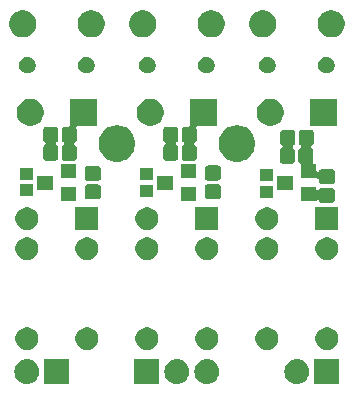
<source format=gbr>
G04 #@! TF.GenerationSoftware,KiCad,Pcbnew,5.0.1-33cea8e~66~ubuntu18.04.1*
G04 #@! TF.CreationDate,2018-10-18T18:44:20+09:00*
G04 #@! TF.ProjectId,relay_jacks,72656C61795F6A61636B732E6B696361,rev?*
G04 #@! TF.SameCoordinates,Original*
G04 #@! TF.FileFunction,Soldermask,Top*
G04 #@! TF.FilePolarity,Negative*
%FSLAX46Y46*%
G04 Gerber Fmt 4.6, Leading zero omitted, Abs format (unit mm)*
G04 Created by KiCad (PCBNEW 5.0.1-33cea8e~66~ubuntu18.04.1) date 2018年10月18日 18時44分20秒*
%MOMM*%
%LPD*%
G01*
G04 APERTURE LIST*
%ADD10C,0.100000*%
G04 APERTURE END LIST*
D10*
G36*
X75820707Y-119607596D02*
X75897836Y-119615193D01*
X76029787Y-119655220D01*
X76095763Y-119675233D01*
X76278172Y-119772733D01*
X76438054Y-119903946D01*
X76569267Y-120063828D01*
X76666767Y-120246237D01*
X76666767Y-120246238D01*
X76726807Y-120444164D01*
X76747080Y-120650000D01*
X76726807Y-120855836D01*
X76686780Y-120987787D01*
X76666767Y-121053763D01*
X76569267Y-121236172D01*
X76438054Y-121396054D01*
X76278172Y-121527267D01*
X76095763Y-121624767D01*
X76029787Y-121644780D01*
X75897836Y-121684807D01*
X75820707Y-121692404D01*
X75743580Y-121700000D01*
X75640420Y-121700000D01*
X75563293Y-121692404D01*
X75486164Y-121684807D01*
X75354213Y-121644780D01*
X75288237Y-121624767D01*
X75105828Y-121527267D01*
X74945946Y-121396054D01*
X74814733Y-121236172D01*
X74717233Y-121053763D01*
X74697220Y-120987787D01*
X74657193Y-120855836D01*
X74636920Y-120650000D01*
X74657193Y-120444164D01*
X74717233Y-120246238D01*
X74717233Y-120246237D01*
X74814733Y-120063828D01*
X74945946Y-119903946D01*
X75105828Y-119772733D01*
X75288237Y-119675233D01*
X75354213Y-119655220D01*
X75486164Y-119615193D01*
X75563293Y-119607596D01*
X75640420Y-119600000D01*
X75743580Y-119600000D01*
X75820707Y-119607596D01*
X75820707Y-119607596D01*
G37*
G36*
X79282000Y-121700000D02*
X77182000Y-121700000D01*
X77182000Y-119600000D01*
X79282000Y-119600000D01*
X79282000Y-121700000D01*
X79282000Y-121700000D01*
G37*
G36*
X91060707Y-119607596D02*
X91137836Y-119615193D01*
X91269787Y-119655220D01*
X91335763Y-119675233D01*
X91518172Y-119772733D01*
X91678054Y-119903946D01*
X91809267Y-120063828D01*
X91906767Y-120246237D01*
X91906767Y-120246238D01*
X91966807Y-120444164D01*
X91987080Y-120650000D01*
X91966807Y-120855836D01*
X91926780Y-120987787D01*
X91906767Y-121053763D01*
X91809267Y-121236172D01*
X91678054Y-121396054D01*
X91518172Y-121527267D01*
X91335763Y-121624767D01*
X91269787Y-121644780D01*
X91137836Y-121684807D01*
X91060707Y-121692404D01*
X90983580Y-121700000D01*
X90880420Y-121700000D01*
X90803293Y-121692404D01*
X90726164Y-121684807D01*
X90594213Y-121644780D01*
X90528237Y-121624767D01*
X90345828Y-121527267D01*
X90185946Y-121396054D01*
X90054733Y-121236172D01*
X89957233Y-121053763D01*
X89937220Y-120987787D01*
X89897193Y-120855836D01*
X89876920Y-120650000D01*
X89897193Y-120444164D01*
X89957233Y-120246238D01*
X89957233Y-120246237D01*
X90054733Y-120063828D01*
X90185946Y-119903946D01*
X90345828Y-119772733D01*
X90528237Y-119675233D01*
X90594213Y-119655220D01*
X90726164Y-119615193D01*
X90803293Y-119607596D01*
X90880420Y-119600000D01*
X90983580Y-119600000D01*
X91060707Y-119607596D01*
X91060707Y-119607596D01*
G37*
G36*
X88520707Y-119607596D02*
X88597836Y-119615193D01*
X88729787Y-119655220D01*
X88795763Y-119675233D01*
X88978172Y-119772733D01*
X89138054Y-119903946D01*
X89269267Y-120063828D01*
X89366767Y-120246237D01*
X89366767Y-120246238D01*
X89426807Y-120444164D01*
X89447080Y-120650000D01*
X89426807Y-120855836D01*
X89386780Y-120987787D01*
X89366767Y-121053763D01*
X89269267Y-121236172D01*
X89138054Y-121396054D01*
X88978172Y-121527267D01*
X88795763Y-121624767D01*
X88729787Y-121644780D01*
X88597836Y-121684807D01*
X88520707Y-121692404D01*
X88443580Y-121700000D01*
X88340420Y-121700000D01*
X88263293Y-121692404D01*
X88186164Y-121684807D01*
X88054213Y-121644780D01*
X87988237Y-121624767D01*
X87805828Y-121527267D01*
X87645946Y-121396054D01*
X87514733Y-121236172D01*
X87417233Y-121053763D01*
X87397220Y-120987787D01*
X87357193Y-120855836D01*
X87336920Y-120650000D01*
X87357193Y-120444164D01*
X87417233Y-120246238D01*
X87417233Y-120246237D01*
X87514733Y-120063828D01*
X87645946Y-119903946D01*
X87805828Y-119772733D01*
X87988237Y-119675233D01*
X88054213Y-119655220D01*
X88186164Y-119615193D01*
X88263293Y-119607596D01*
X88340420Y-119600000D01*
X88443580Y-119600000D01*
X88520707Y-119607596D01*
X88520707Y-119607596D01*
G37*
G36*
X86902000Y-121700000D02*
X84802000Y-121700000D01*
X84802000Y-119600000D01*
X86902000Y-119600000D01*
X86902000Y-121700000D01*
X86902000Y-121700000D01*
G37*
G36*
X102142000Y-121700000D02*
X100042000Y-121700000D01*
X100042000Y-119600000D01*
X102142000Y-119600000D01*
X102142000Y-121700000D01*
X102142000Y-121700000D01*
G37*
G36*
X98680707Y-119607596D02*
X98757836Y-119615193D01*
X98889787Y-119655220D01*
X98955763Y-119675233D01*
X99138172Y-119772733D01*
X99298054Y-119903946D01*
X99429267Y-120063828D01*
X99526767Y-120246237D01*
X99526767Y-120246238D01*
X99586807Y-120444164D01*
X99607080Y-120650000D01*
X99586807Y-120855836D01*
X99546780Y-120987787D01*
X99526767Y-121053763D01*
X99429267Y-121236172D01*
X99298054Y-121396054D01*
X99138172Y-121527267D01*
X98955763Y-121624767D01*
X98889787Y-121644780D01*
X98757836Y-121684807D01*
X98680707Y-121692404D01*
X98603580Y-121700000D01*
X98500420Y-121700000D01*
X98423293Y-121692404D01*
X98346164Y-121684807D01*
X98214213Y-121644780D01*
X98148237Y-121624767D01*
X97965828Y-121527267D01*
X97805946Y-121396054D01*
X97674733Y-121236172D01*
X97577233Y-121053763D01*
X97557220Y-120987787D01*
X97517193Y-120855836D01*
X97496920Y-120650000D01*
X97517193Y-120444164D01*
X97577233Y-120246238D01*
X97577233Y-120246237D01*
X97674733Y-120063828D01*
X97805946Y-119903946D01*
X97965828Y-119772733D01*
X98148237Y-119675233D01*
X98214213Y-119655220D01*
X98346164Y-119615193D01*
X98423293Y-119607596D01*
X98500420Y-119600000D01*
X98603580Y-119600000D01*
X98680707Y-119607596D01*
X98680707Y-119607596D01*
G37*
G36*
X86132603Y-116930968D02*
X86132606Y-116930969D01*
X86132605Y-116930969D01*
X86307678Y-117003486D01*
X86307679Y-117003487D01*
X86465241Y-117108767D01*
X86599233Y-117242759D01*
X86599234Y-117242761D01*
X86704514Y-117400322D01*
X86760603Y-117535734D01*
X86777032Y-117575397D01*
X86814000Y-117761250D01*
X86814000Y-117950750D01*
X86777032Y-118136603D01*
X86777031Y-118136605D01*
X86704514Y-118311678D01*
X86704513Y-118311679D01*
X86599233Y-118469241D01*
X86465241Y-118603233D01*
X86385923Y-118656232D01*
X86307678Y-118708514D01*
X86172266Y-118764603D01*
X86132603Y-118781032D01*
X85946750Y-118818000D01*
X85757250Y-118818000D01*
X85571397Y-118781032D01*
X85531734Y-118764603D01*
X85396322Y-118708514D01*
X85318077Y-118656232D01*
X85238759Y-118603233D01*
X85104767Y-118469241D01*
X84999487Y-118311679D01*
X84999486Y-118311678D01*
X84926969Y-118136605D01*
X84926968Y-118136603D01*
X84890000Y-117950750D01*
X84890000Y-117761250D01*
X84926968Y-117575397D01*
X84943397Y-117535734D01*
X84999486Y-117400322D01*
X85104766Y-117242761D01*
X85104767Y-117242759D01*
X85238759Y-117108767D01*
X85396321Y-117003487D01*
X85396322Y-117003486D01*
X85571395Y-116930969D01*
X85571394Y-116930969D01*
X85571397Y-116930968D01*
X85757250Y-116894000D01*
X85946750Y-116894000D01*
X86132603Y-116930968D01*
X86132603Y-116930968D01*
G37*
G36*
X75972603Y-116930968D02*
X75972606Y-116930969D01*
X75972605Y-116930969D01*
X76147678Y-117003486D01*
X76147679Y-117003487D01*
X76305241Y-117108767D01*
X76439233Y-117242759D01*
X76439234Y-117242761D01*
X76544514Y-117400322D01*
X76600603Y-117535734D01*
X76617032Y-117575397D01*
X76654000Y-117761250D01*
X76654000Y-117950750D01*
X76617032Y-118136603D01*
X76617031Y-118136605D01*
X76544514Y-118311678D01*
X76544513Y-118311679D01*
X76439233Y-118469241D01*
X76305241Y-118603233D01*
X76225923Y-118656232D01*
X76147678Y-118708514D01*
X76012266Y-118764603D01*
X75972603Y-118781032D01*
X75786750Y-118818000D01*
X75597250Y-118818000D01*
X75411397Y-118781032D01*
X75371734Y-118764603D01*
X75236322Y-118708514D01*
X75158077Y-118656232D01*
X75078759Y-118603233D01*
X74944767Y-118469241D01*
X74839487Y-118311679D01*
X74839486Y-118311678D01*
X74766969Y-118136605D01*
X74766968Y-118136603D01*
X74730000Y-117950750D01*
X74730000Y-117761250D01*
X74766968Y-117575397D01*
X74783397Y-117535734D01*
X74839486Y-117400322D01*
X74944766Y-117242761D01*
X74944767Y-117242759D01*
X75078759Y-117108767D01*
X75236321Y-117003487D01*
X75236322Y-117003486D01*
X75411395Y-116930969D01*
X75411394Y-116930969D01*
X75411397Y-116930968D01*
X75597250Y-116894000D01*
X75786750Y-116894000D01*
X75972603Y-116930968D01*
X75972603Y-116930968D01*
G37*
G36*
X81052603Y-116930968D02*
X81052606Y-116930969D01*
X81052605Y-116930969D01*
X81227678Y-117003486D01*
X81227679Y-117003487D01*
X81385241Y-117108767D01*
X81519233Y-117242759D01*
X81519234Y-117242761D01*
X81624514Y-117400322D01*
X81680603Y-117535734D01*
X81697032Y-117575397D01*
X81734000Y-117761250D01*
X81734000Y-117950750D01*
X81697032Y-118136603D01*
X81697031Y-118136605D01*
X81624514Y-118311678D01*
X81624513Y-118311679D01*
X81519233Y-118469241D01*
X81385241Y-118603233D01*
X81305923Y-118656232D01*
X81227678Y-118708514D01*
X81092266Y-118764603D01*
X81052603Y-118781032D01*
X80866750Y-118818000D01*
X80677250Y-118818000D01*
X80491397Y-118781032D01*
X80451734Y-118764603D01*
X80316322Y-118708514D01*
X80238077Y-118656232D01*
X80158759Y-118603233D01*
X80024767Y-118469241D01*
X79919487Y-118311679D01*
X79919486Y-118311678D01*
X79846969Y-118136605D01*
X79846968Y-118136603D01*
X79810000Y-117950750D01*
X79810000Y-117761250D01*
X79846968Y-117575397D01*
X79863397Y-117535734D01*
X79919486Y-117400322D01*
X80024766Y-117242761D01*
X80024767Y-117242759D01*
X80158759Y-117108767D01*
X80316321Y-117003487D01*
X80316322Y-117003486D01*
X80491395Y-116930969D01*
X80491394Y-116930969D01*
X80491397Y-116930968D01*
X80677250Y-116894000D01*
X80866750Y-116894000D01*
X81052603Y-116930968D01*
X81052603Y-116930968D01*
G37*
G36*
X91212603Y-116930968D02*
X91212606Y-116930969D01*
X91212605Y-116930969D01*
X91387678Y-117003486D01*
X91387679Y-117003487D01*
X91545241Y-117108767D01*
X91679233Y-117242759D01*
X91679234Y-117242761D01*
X91784514Y-117400322D01*
X91840603Y-117535734D01*
X91857032Y-117575397D01*
X91894000Y-117761250D01*
X91894000Y-117950750D01*
X91857032Y-118136603D01*
X91857031Y-118136605D01*
X91784514Y-118311678D01*
X91784513Y-118311679D01*
X91679233Y-118469241D01*
X91545241Y-118603233D01*
X91465923Y-118656232D01*
X91387678Y-118708514D01*
X91252266Y-118764603D01*
X91212603Y-118781032D01*
X91026750Y-118818000D01*
X90837250Y-118818000D01*
X90651397Y-118781032D01*
X90611734Y-118764603D01*
X90476322Y-118708514D01*
X90398077Y-118656232D01*
X90318759Y-118603233D01*
X90184767Y-118469241D01*
X90079487Y-118311679D01*
X90079486Y-118311678D01*
X90006969Y-118136605D01*
X90006968Y-118136603D01*
X89970000Y-117950750D01*
X89970000Y-117761250D01*
X90006968Y-117575397D01*
X90023397Y-117535734D01*
X90079486Y-117400322D01*
X90184766Y-117242761D01*
X90184767Y-117242759D01*
X90318759Y-117108767D01*
X90476321Y-117003487D01*
X90476322Y-117003486D01*
X90651395Y-116930969D01*
X90651394Y-116930969D01*
X90651397Y-116930968D01*
X90837250Y-116894000D01*
X91026750Y-116894000D01*
X91212603Y-116930968D01*
X91212603Y-116930968D01*
G37*
G36*
X101372603Y-116930968D02*
X101372606Y-116930969D01*
X101372605Y-116930969D01*
X101547678Y-117003486D01*
X101547679Y-117003487D01*
X101705241Y-117108767D01*
X101839233Y-117242759D01*
X101839234Y-117242761D01*
X101944514Y-117400322D01*
X102000603Y-117535734D01*
X102017032Y-117575397D01*
X102054000Y-117761250D01*
X102054000Y-117950750D01*
X102017032Y-118136603D01*
X102017031Y-118136605D01*
X101944514Y-118311678D01*
X101944513Y-118311679D01*
X101839233Y-118469241D01*
X101705241Y-118603233D01*
X101625923Y-118656232D01*
X101547678Y-118708514D01*
X101412266Y-118764603D01*
X101372603Y-118781032D01*
X101186750Y-118818000D01*
X100997250Y-118818000D01*
X100811397Y-118781032D01*
X100771734Y-118764603D01*
X100636322Y-118708514D01*
X100558077Y-118656232D01*
X100478759Y-118603233D01*
X100344767Y-118469241D01*
X100239487Y-118311679D01*
X100239486Y-118311678D01*
X100166969Y-118136605D01*
X100166968Y-118136603D01*
X100130000Y-117950750D01*
X100130000Y-117761250D01*
X100166968Y-117575397D01*
X100183397Y-117535734D01*
X100239486Y-117400322D01*
X100344766Y-117242761D01*
X100344767Y-117242759D01*
X100478759Y-117108767D01*
X100636321Y-117003487D01*
X100636322Y-117003486D01*
X100811395Y-116930969D01*
X100811394Y-116930969D01*
X100811397Y-116930968D01*
X100997250Y-116894000D01*
X101186750Y-116894000D01*
X101372603Y-116930968D01*
X101372603Y-116930968D01*
G37*
G36*
X96292603Y-116930968D02*
X96292606Y-116930969D01*
X96292605Y-116930969D01*
X96467678Y-117003486D01*
X96467679Y-117003487D01*
X96625241Y-117108767D01*
X96759233Y-117242759D01*
X96759234Y-117242761D01*
X96864514Y-117400322D01*
X96920603Y-117535734D01*
X96937032Y-117575397D01*
X96974000Y-117761250D01*
X96974000Y-117950750D01*
X96937032Y-118136603D01*
X96937031Y-118136605D01*
X96864514Y-118311678D01*
X96864513Y-118311679D01*
X96759233Y-118469241D01*
X96625241Y-118603233D01*
X96545923Y-118656232D01*
X96467678Y-118708514D01*
X96332266Y-118764603D01*
X96292603Y-118781032D01*
X96106750Y-118818000D01*
X95917250Y-118818000D01*
X95731397Y-118781032D01*
X95691734Y-118764603D01*
X95556322Y-118708514D01*
X95478077Y-118656232D01*
X95398759Y-118603233D01*
X95264767Y-118469241D01*
X95159487Y-118311679D01*
X95159486Y-118311678D01*
X95086969Y-118136605D01*
X95086968Y-118136603D01*
X95050000Y-117950750D01*
X95050000Y-117761250D01*
X95086968Y-117575397D01*
X95103397Y-117535734D01*
X95159486Y-117400322D01*
X95264766Y-117242761D01*
X95264767Y-117242759D01*
X95398759Y-117108767D01*
X95556321Y-117003487D01*
X95556322Y-117003486D01*
X95731395Y-116930969D01*
X95731394Y-116930969D01*
X95731397Y-116930968D01*
X95917250Y-116894000D01*
X96106750Y-116894000D01*
X96292603Y-116930968D01*
X96292603Y-116930968D01*
G37*
G36*
X101372603Y-109310968D02*
X101372606Y-109310969D01*
X101372605Y-109310969D01*
X101547678Y-109383486D01*
X101547679Y-109383487D01*
X101705241Y-109488767D01*
X101839233Y-109622759D01*
X101839234Y-109622761D01*
X101944514Y-109780322D01*
X102000603Y-109915734D01*
X102017032Y-109955397D01*
X102054000Y-110141250D01*
X102054000Y-110330750D01*
X102017032Y-110516603D01*
X102017031Y-110516605D01*
X101944514Y-110691678D01*
X101944513Y-110691679D01*
X101839233Y-110849241D01*
X101705241Y-110983233D01*
X101625923Y-111036232D01*
X101547678Y-111088514D01*
X101412266Y-111144603D01*
X101372603Y-111161032D01*
X101186750Y-111198000D01*
X100997250Y-111198000D01*
X100811397Y-111161032D01*
X100771734Y-111144603D01*
X100636322Y-111088514D01*
X100558077Y-111036232D01*
X100478759Y-110983233D01*
X100344767Y-110849241D01*
X100239487Y-110691679D01*
X100239486Y-110691678D01*
X100166969Y-110516605D01*
X100166968Y-110516603D01*
X100130000Y-110330750D01*
X100130000Y-110141250D01*
X100166968Y-109955397D01*
X100183397Y-109915734D01*
X100239486Y-109780322D01*
X100344766Y-109622761D01*
X100344767Y-109622759D01*
X100478759Y-109488767D01*
X100636321Y-109383487D01*
X100636322Y-109383486D01*
X100811395Y-109310969D01*
X100811394Y-109310969D01*
X100811397Y-109310968D01*
X100997250Y-109274000D01*
X101186750Y-109274000D01*
X101372603Y-109310968D01*
X101372603Y-109310968D01*
G37*
G36*
X91212603Y-109310968D02*
X91212606Y-109310969D01*
X91212605Y-109310969D01*
X91387678Y-109383486D01*
X91387679Y-109383487D01*
X91545241Y-109488767D01*
X91679233Y-109622759D01*
X91679234Y-109622761D01*
X91784514Y-109780322D01*
X91840603Y-109915734D01*
X91857032Y-109955397D01*
X91894000Y-110141250D01*
X91894000Y-110330750D01*
X91857032Y-110516603D01*
X91857031Y-110516605D01*
X91784514Y-110691678D01*
X91784513Y-110691679D01*
X91679233Y-110849241D01*
X91545241Y-110983233D01*
X91465923Y-111036232D01*
X91387678Y-111088514D01*
X91252266Y-111144603D01*
X91212603Y-111161032D01*
X91026750Y-111198000D01*
X90837250Y-111198000D01*
X90651397Y-111161032D01*
X90611734Y-111144603D01*
X90476322Y-111088514D01*
X90398077Y-111036232D01*
X90318759Y-110983233D01*
X90184767Y-110849241D01*
X90079487Y-110691679D01*
X90079486Y-110691678D01*
X90006969Y-110516605D01*
X90006968Y-110516603D01*
X89970000Y-110330750D01*
X89970000Y-110141250D01*
X90006968Y-109955397D01*
X90023397Y-109915734D01*
X90079486Y-109780322D01*
X90184766Y-109622761D01*
X90184767Y-109622759D01*
X90318759Y-109488767D01*
X90476321Y-109383487D01*
X90476322Y-109383486D01*
X90651395Y-109310969D01*
X90651394Y-109310969D01*
X90651397Y-109310968D01*
X90837250Y-109274000D01*
X91026750Y-109274000D01*
X91212603Y-109310968D01*
X91212603Y-109310968D01*
G37*
G36*
X75972603Y-109310968D02*
X75972606Y-109310969D01*
X75972605Y-109310969D01*
X76147678Y-109383486D01*
X76147679Y-109383487D01*
X76305241Y-109488767D01*
X76439233Y-109622759D01*
X76439234Y-109622761D01*
X76544514Y-109780322D01*
X76600603Y-109915734D01*
X76617032Y-109955397D01*
X76654000Y-110141250D01*
X76654000Y-110330750D01*
X76617032Y-110516603D01*
X76617031Y-110516605D01*
X76544514Y-110691678D01*
X76544513Y-110691679D01*
X76439233Y-110849241D01*
X76305241Y-110983233D01*
X76225923Y-111036232D01*
X76147678Y-111088514D01*
X76012266Y-111144603D01*
X75972603Y-111161032D01*
X75786750Y-111198000D01*
X75597250Y-111198000D01*
X75411397Y-111161032D01*
X75371734Y-111144603D01*
X75236322Y-111088514D01*
X75158077Y-111036232D01*
X75078759Y-110983233D01*
X74944767Y-110849241D01*
X74839487Y-110691679D01*
X74839486Y-110691678D01*
X74766969Y-110516605D01*
X74766968Y-110516603D01*
X74730000Y-110330750D01*
X74730000Y-110141250D01*
X74766968Y-109955397D01*
X74783397Y-109915734D01*
X74839486Y-109780322D01*
X74944766Y-109622761D01*
X74944767Y-109622759D01*
X75078759Y-109488767D01*
X75236321Y-109383487D01*
X75236322Y-109383486D01*
X75411395Y-109310969D01*
X75411394Y-109310969D01*
X75411397Y-109310968D01*
X75597250Y-109274000D01*
X75786750Y-109274000D01*
X75972603Y-109310968D01*
X75972603Y-109310968D01*
G37*
G36*
X86132603Y-109310968D02*
X86132606Y-109310969D01*
X86132605Y-109310969D01*
X86307678Y-109383486D01*
X86307679Y-109383487D01*
X86465241Y-109488767D01*
X86599233Y-109622759D01*
X86599234Y-109622761D01*
X86704514Y-109780322D01*
X86760603Y-109915734D01*
X86777032Y-109955397D01*
X86814000Y-110141250D01*
X86814000Y-110330750D01*
X86777032Y-110516603D01*
X86777031Y-110516605D01*
X86704514Y-110691678D01*
X86704513Y-110691679D01*
X86599233Y-110849241D01*
X86465241Y-110983233D01*
X86385923Y-111036232D01*
X86307678Y-111088514D01*
X86172266Y-111144603D01*
X86132603Y-111161032D01*
X85946750Y-111198000D01*
X85757250Y-111198000D01*
X85571397Y-111161032D01*
X85531734Y-111144603D01*
X85396322Y-111088514D01*
X85318077Y-111036232D01*
X85238759Y-110983233D01*
X85104767Y-110849241D01*
X84999487Y-110691679D01*
X84999486Y-110691678D01*
X84926969Y-110516605D01*
X84926968Y-110516603D01*
X84890000Y-110330750D01*
X84890000Y-110141250D01*
X84926968Y-109955397D01*
X84943397Y-109915734D01*
X84999486Y-109780322D01*
X85104766Y-109622761D01*
X85104767Y-109622759D01*
X85238759Y-109488767D01*
X85396321Y-109383487D01*
X85396322Y-109383486D01*
X85571395Y-109310969D01*
X85571394Y-109310969D01*
X85571397Y-109310968D01*
X85757250Y-109274000D01*
X85946750Y-109274000D01*
X86132603Y-109310968D01*
X86132603Y-109310968D01*
G37*
G36*
X96292603Y-109310968D02*
X96292606Y-109310969D01*
X96292605Y-109310969D01*
X96467678Y-109383486D01*
X96467679Y-109383487D01*
X96625241Y-109488767D01*
X96759233Y-109622759D01*
X96759234Y-109622761D01*
X96864514Y-109780322D01*
X96920603Y-109915734D01*
X96937032Y-109955397D01*
X96974000Y-110141250D01*
X96974000Y-110330750D01*
X96937032Y-110516603D01*
X96937031Y-110516605D01*
X96864514Y-110691678D01*
X96864513Y-110691679D01*
X96759233Y-110849241D01*
X96625241Y-110983233D01*
X96545923Y-111036232D01*
X96467678Y-111088514D01*
X96332266Y-111144603D01*
X96292603Y-111161032D01*
X96106750Y-111198000D01*
X95917250Y-111198000D01*
X95731397Y-111161032D01*
X95691734Y-111144603D01*
X95556322Y-111088514D01*
X95478077Y-111036232D01*
X95398759Y-110983233D01*
X95264767Y-110849241D01*
X95159487Y-110691679D01*
X95159486Y-110691678D01*
X95086969Y-110516605D01*
X95086968Y-110516603D01*
X95050000Y-110330750D01*
X95050000Y-110141250D01*
X95086968Y-109955397D01*
X95103397Y-109915734D01*
X95159486Y-109780322D01*
X95264766Y-109622761D01*
X95264767Y-109622759D01*
X95398759Y-109488767D01*
X95556321Y-109383487D01*
X95556322Y-109383486D01*
X95731395Y-109310969D01*
X95731394Y-109310969D01*
X95731397Y-109310968D01*
X95917250Y-109274000D01*
X96106750Y-109274000D01*
X96292603Y-109310968D01*
X96292603Y-109310968D01*
G37*
G36*
X81052603Y-109310968D02*
X81052606Y-109310969D01*
X81052605Y-109310969D01*
X81227678Y-109383486D01*
X81227679Y-109383487D01*
X81385241Y-109488767D01*
X81519233Y-109622759D01*
X81519234Y-109622761D01*
X81624514Y-109780322D01*
X81680603Y-109915734D01*
X81697032Y-109955397D01*
X81734000Y-110141250D01*
X81734000Y-110330750D01*
X81697032Y-110516603D01*
X81697031Y-110516605D01*
X81624514Y-110691678D01*
X81624513Y-110691679D01*
X81519233Y-110849241D01*
X81385241Y-110983233D01*
X81305923Y-111036232D01*
X81227678Y-111088514D01*
X81092266Y-111144603D01*
X81052603Y-111161032D01*
X80866750Y-111198000D01*
X80677250Y-111198000D01*
X80491397Y-111161032D01*
X80451734Y-111144603D01*
X80316322Y-111088514D01*
X80238077Y-111036232D01*
X80158759Y-110983233D01*
X80024767Y-110849241D01*
X79919487Y-110691679D01*
X79919486Y-110691678D01*
X79846969Y-110516605D01*
X79846968Y-110516603D01*
X79810000Y-110330750D01*
X79810000Y-110141250D01*
X79846968Y-109955397D01*
X79863397Y-109915734D01*
X79919486Y-109780322D01*
X80024766Y-109622761D01*
X80024767Y-109622759D01*
X80158759Y-109488767D01*
X80316321Y-109383487D01*
X80316322Y-109383486D01*
X80491395Y-109310969D01*
X80491394Y-109310969D01*
X80491397Y-109310968D01*
X80677250Y-109274000D01*
X80866750Y-109274000D01*
X81052603Y-109310968D01*
X81052603Y-109310968D01*
G37*
G36*
X96292603Y-106770968D02*
X96292606Y-106770969D01*
X96292605Y-106770969D01*
X96467678Y-106843486D01*
X96467679Y-106843487D01*
X96625241Y-106948767D01*
X96759233Y-107082759D01*
X96759234Y-107082761D01*
X96864514Y-107240322D01*
X96920603Y-107375734D01*
X96937032Y-107415397D01*
X96974000Y-107601250D01*
X96974000Y-107790750D01*
X96937032Y-107976603D01*
X96937031Y-107976605D01*
X96864514Y-108151678D01*
X96864513Y-108151679D01*
X96759233Y-108309241D01*
X96625241Y-108443233D01*
X96545923Y-108496232D01*
X96467678Y-108548514D01*
X96332266Y-108604603D01*
X96292603Y-108621032D01*
X96106750Y-108658000D01*
X95917250Y-108658000D01*
X95731397Y-108621032D01*
X95691734Y-108604603D01*
X95556322Y-108548514D01*
X95478077Y-108496232D01*
X95398759Y-108443233D01*
X95264767Y-108309241D01*
X95159487Y-108151679D01*
X95159486Y-108151678D01*
X95086969Y-107976605D01*
X95086968Y-107976603D01*
X95050000Y-107790750D01*
X95050000Y-107601250D01*
X95086968Y-107415397D01*
X95103397Y-107375734D01*
X95159486Y-107240322D01*
X95264766Y-107082761D01*
X95264767Y-107082759D01*
X95398759Y-106948767D01*
X95556321Y-106843487D01*
X95556322Y-106843486D01*
X95731395Y-106770969D01*
X95731394Y-106770969D01*
X95731397Y-106770968D01*
X95917250Y-106734000D01*
X96106750Y-106734000D01*
X96292603Y-106770968D01*
X96292603Y-106770968D01*
G37*
G36*
X75972603Y-106770968D02*
X75972606Y-106770969D01*
X75972605Y-106770969D01*
X76147678Y-106843486D01*
X76147679Y-106843487D01*
X76305241Y-106948767D01*
X76439233Y-107082759D01*
X76439234Y-107082761D01*
X76544514Y-107240322D01*
X76600603Y-107375734D01*
X76617032Y-107415397D01*
X76654000Y-107601250D01*
X76654000Y-107790750D01*
X76617032Y-107976603D01*
X76617031Y-107976605D01*
X76544514Y-108151678D01*
X76544513Y-108151679D01*
X76439233Y-108309241D01*
X76305241Y-108443233D01*
X76225923Y-108496232D01*
X76147678Y-108548514D01*
X76012266Y-108604603D01*
X75972603Y-108621032D01*
X75786750Y-108658000D01*
X75597250Y-108658000D01*
X75411397Y-108621032D01*
X75371734Y-108604603D01*
X75236322Y-108548514D01*
X75158077Y-108496232D01*
X75078759Y-108443233D01*
X74944767Y-108309241D01*
X74839487Y-108151679D01*
X74839486Y-108151678D01*
X74766969Y-107976605D01*
X74766968Y-107976603D01*
X74730000Y-107790750D01*
X74730000Y-107601250D01*
X74766968Y-107415397D01*
X74783397Y-107375734D01*
X74839486Y-107240322D01*
X74944766Y-107082761D01*
X74944767Y-107082759D01*
X75078759Y-106948767D01*
X75236321Y-106843487D01*
X75236322Y-106843486D01*
X75411395Y-106770969D01*
X75411394Y-106770969D01*
X75411397Y-106770968D01*
X75597250Y-106734000D01*
X75786750Y-106734000D01*
X75972603Y-106770968D01*
X75972603Y-106770968D01*
G37*
G36*
X81734000Y-108658000D02*
X79810000Y-108658000D01*
X79810000Y-106734000D01*
X81734000Y-106734000D01*
X81734000Y-108658000D01*
X81734000Y-108658000D01*
G37*
G36*
X102054000Y-108658000D02*
X100130000Y-108658000D01*
X100130000Y-106734000D01*
X102054000Y-106734000D01*
X102054000Y-108658000D01*
X102054000Y-108658000D01*
G37*
G36*
X91894000Y-108658000D02*
X89970000Y-108658000D01*
X89970000Y-106734000D01*
X91894000Y-106734000D01*
X91894000Y-108658000D01*
X91894000Y-108658000D01*
G37*
G36*
X86132603Y-106770968D02*
X86132606Y-106770969D01*
X86132605Y-106770969D01*
X86307678Y-106843486D01*
X86307679Y-106843487D01*
X86465241Y-106948767D01*
X86599233Y-107082759D01*
X86599234Y-107082761D01*
X86704514Y-107240322D01*
X86760603Y-107375734D01*
X86777032Y-107415397D01*
X86814000Y-107601250D01*
X86814000Y-107790750D01*
X86777032Y-107976603D01*
X86777031Y-107976605D01*
X86704514Y-108151678D01*
X86704513Y-108151679D01*
X86599233Y-108309241D01*
X86465241Y-108443233D01*
X86385923Y-108496232D01*
X86307678Y-108548514D01*
X86172266Y-108604603D01*
X86132603Y-108621032D01*
X85946750Y-108658000D01*
X85757250Y-108658000D01*
X85571397Y-108621032D01*
X85531734Y-108604603D01*
X85396322Y-108548514D01*
X85318077Y-108496232D01*
X85238759Y-108443233D01*
X85104767Y-108309241D01*
X84999487Y-108151679D01*
X84999486Y-108151678D01*
X84926969Y-107976605D01*
X84926968Y-107976603D01*
X84890000Y-107790750D01*
X84890000Y-107601250D01*
X84926968Y-107415397D01*
X84943397Y-107375734D01*
X84999486Y-107240322D01*
X85104766Y-107082761D01*
X85104767Y-107082759D01*
X85238759Y-106948767D01*
X85396321Y-106843487D01*
X85396322Y-106843486D01*
X85571395Y-106770969D01*
X85571394Y-106770969D01*
X85571397Y-106770968D01*
X85757250Y-106734000D01*
X85946750Y-106734000D01*
X86132603Y-106770968D01*
X86132603Y-106770968D01*
G37*
G36*
X100202000Y-105177166D02*
X100204402Y-105201552D01*
X100211515Y-105225001D01*
X100223066Y-105246612D01*
X100238612Y-105265554D01*
X100257554Y-105281100D01*
X100279165Y-105292651D01*
X100302614Y-105299764D01*
X100327000Y-105302166D01*
X100351386Y-105299764D01*
X100374835Y-105292651D01*
X100396446Y-105281100D01*
X100415388Y-105265554D01*
X100430934Y-105246612D01*
X100437240Y-105236090D01*
X100460686Y-105192225D01*
X100492482Y-105153482D01*
X100531225Y-105121686D01*
X100575415Y-105098066D01*
X100623378Y-105083517D01*
X100679391Y-105078000D01*
X101504609Y-105078000D01*
X101560622Y-105083517D01*
X101608585Y-105098066D01*
X101652775Y-105121686D01*
X101691518Y-105153482D01*
X101723314Y-105192225D01*
X101746934Y-105236415D01*
X101761483Y-105284378D01*
X101767000Y-105340391D01*
X101767000Y-106090609D01*
X101761483Y-106146622D01*
X101746934Y-106194585D01*
X101723314Y-106238775D01*
X101691518Y-106277518D01*
X101652775Y-106309314D01*
X101608585Y-106332934D01*
X101560622Y-106347483D01*
X101504609Y-106353000D01*
X100679391Y-106353000D01*
X100623378Y-106347483D01*
X100575415Y-106332934D01*
X100531225Y-106309314D01*
X100492482Y-106277518D01*
X100460686Y-106238775D01*
X100437240Y-106194910D01*
X100423627Y-106174535D01*
X100406299Y-106157208D01*
X100385925Y-106143594D01*
X100363286Y-106134217D01*
X100339252Y-106129436D01*
X100314748Y-106129436D01*
X100290715Y-106134216D01*
X100268076Y-106143594D01*
X100247701Y-106157207D01*
X100230374Y-106174535D01*
X100216760Y-106194909D01*
X100215480Y-106198000D01*
X98902000Y-106198000D01*
X98902000Y-104998000D01*
X100202000Y-104998000D01*
X100202000Y-105177166D01*
X100202000Y-105177166D01*
G37*
G36*
X79882000Y-106198000D02*
X78582000Y-106198000D01*
X78582000Y-104998000D01*
X79882000Y-104998000D01*
X79882000Y-106198000D01*
X79882000Y-106198000D01*
G37*
G36*
X90042000Y-106198000D02*
X88742000Y-106198000D01*
X88742000Y-104998000D01*
X90042000Y-104998000D01*
X90042000Y-106198000D01*
X90042000Y-106198000D01*
G37*
G36*
X81748622Y-104803517D02*
X81796585Y-104818066D01*
X81840775Y-104841686D01*
X81879518Y-104873482D01*
X81911314Y-104912225D01*
X81934934Y-104956415D01*
X81949483Y-105004378D01*
X81955000Y-105060391D01*
X81955000Y-105810609D01*
X81949483Y-105866622D01*
X81934934Y-105914585D01*
X81911314Y-105958775D01*
X81879518Y-105997518D01*
X81840775Y-106029314D01*
X81796585Y-106052934D01*
X81748622Y-106067483D01*
X81692609Y-106073000D01*
X80867391Y-106073000D01*
X80811378Y-106067483D01*
X80763415Y-106052934D01*
X80719225Y-106029314D01*
X80680482Y-105997518D01*
X80648686Y-105958775D01*
X80625066Y-105914585D01*
X80610517Y-105866622D01*
X80605000Y-105810609D01*
X80605000Y-105060391D01*
X80610517Y-105004378D01*
X80625066Y-104956415D01*
X80648686Y-104912225D01*
X80680482Y-104873482D01*
X80719225Y-104841686D01*
X80763415Y-104818066D01*
X80811378Y-104803517D01*
X80867391Y-104798000D01*
X81692609Y-104798000D01*
X81748622Y-104803517D01*
X81748622Y-104803517D01*
G37*
G36*
X91908622Y-104777517D02*
X91956585Y-104792066D01*
X92000775Y-104815686D01*
X92039518Y-104847482D01*
X92071314Y-104886225D01*
X92094934Y-104930415D01*
X92109483Y-104978378D01*
X92115000Y-105034391D01*
X92115000Y-105784609D01*
X92109483Y-105840622D01*
X92094934Y-105888585D01*
X92071314Y-105932775D01*
X92039518Y-105971518D01*
X92000775Y-106003314D01*
X91956585Y-106026934D01*
X91908622Y-106041483D01*
X91852609Y-106047000D01*
X91027391Y-106047000D01*
X90971378Y-106041483D01*
X90923415Y-106026934D01*
X90879225Y-106003314D01*
X90840482Y-105971518D01*
X90808686Y-105932775D01*
X90785066Y-105888585D01*
X90770517Y-105840622D01*
X90765000Y-105784609D01*
X90765000Y-105034391D01*
X90770517Y-104978378D01*
X90785066Y-104930415D01*
X90808686Y-104886225D01*
X90840482Y-104847482D01*
X90879225Y-104815686D01*
X90923415Y-104792066D01*
X90971378Y-104777517D01*
X91027391Y-104772000D01*
X91852609Y-104772000D01*
X91908622Y-104777517D01*
X91908622Y-104777517D01*
G37*
G36*
X96562000Y-105910000D02*
X95462000Y-105910000D01*
X95462000Y-104910000D01*
X96562000Y-104910000D01*
X96562000Y-105910000D01*
X96562000Y-105910000D01*
G37*
G36*
X86402000Y-105848000D02*
X85302000Y-105848000D01*
X85302000Y-104848000D01*
X86402000Y-104848000D01*
X86402000Y-105848000D01*
X86402000Y-105848000D01*
G37*
G36*
X76242000Y-105786000D02*
X75142000Y-105786000D01*
X75142000Y-104786000D01*
X76242000Y-104786000D01*
X76242000Y-105786000D01*
X76242000Y-105786000D01*
G37*
G36*
X77882000Y-105248000D02*
X76582000Y-105248000D01*
X76582000Y-104048000D01*
X77882000Y-104048000D01*
X77882000Y-105248000D01*
X77882000Y-105248000D01*
G37*
G36*
X98202000Y-105248000D02*
X96902000Y-105248000D01*
X96902000Y-104048000D01*
X98202000Y-104048000D01*
X98202000Y-105248000D01*
X98202000Y-105248000D01*
G37*
G36*
X88042000Y-105248000D02*
X86742000Y-105248000D01*
X86742000Y-104048000D01*
X88042000Y-104048000D01*
X88042000Y-105248000D01*
X88042000Y-105248000D01*
G37*
G36*
X99796122Y-100168517D02*
X99844085Y-100183066D01*
X99888275Y-100206686D01*
X99927018Y-100238482D01*
X99958814Y-100277225D01*
X99982434Y-100321415D01*
X99996983Y-100369378D01*
X100002500Y-100425391D01*
X100002500Y-101250609D01*
X99996983Y-101306622D01*
X99982434Y-101354585D01*
X99958814Y-101398775D01*
X99927018Y-101437518D01*
X99888275Y-101469314D01*
X99843461Y-101493267D01*
X99822119Y-101502108D01*
X99801745Y-101515722D01*
X99784418Y-101533050D01*
X99770805Y-101553425D01*
X99761428Y-101576064D01*
X99756648Y-101600097D01*
X99756648Y-101624602D01*
X99761429Y-101648635D01*
X99770807Y-101671274D01*
X99784421Y-101691648D01*
X99801749Y-101708975D01*
X99822122Y-101722588D01*
X99837279Y-101730689D01*
X99876018Y-101762482D01*
X99907814Y-101801225D01*
X99931434Y-101845415D01*
X99945983Y-101893378D01*
X99951500Y-101949391D01*
X99951500Y-102774609D01*
X99945983Y-102830622D01*
X99931434Y-102878583D01*
X99912463Y-102914077D01*
X99903086Y-102936716D01*
X99898306Y-102960749D01*
X99898306Y-102985254D01*
X99903087Y-103009287D01*
X99912464Y-103031926D01*
X99926079Y-103052300D01*
X99943406Y-103069627D01*
X99963781Y-103083241D01*
X99986420Y-103092618D01*
X100022704Y-103098000D01*
X100202000Y-103098000D01*
X100202000Y-103602166D01*
X100204402Y-103626552D01*
X100211515Y-103650001D01*
X100223066Y-103671612D01*
X100238612Y-103690554D01*
X100257554Y-103706100D01*
X100279165Y-103717651D01*
X100302614Y-103724764D01*
X100327000Y-103727166D01*
X100351386Y-103724764D01*
X100374835Y-103717651D01*
X100396446Y-103706100D01*
X100415388Y-103690554D01*
X100430934Y-103671612D01*
X100437240Y-103661090D01*
X100460686Y-103617225D01*
X100492482Y-103578482D01*
X100531225Y-103546686D01*
X100575415Y-103523066D01*
X100623378Y-103508517D01*
X100679391Y-103503000D01*
X101504609Y-103503000D01*
X101560622Y-103508517D01*
X101608585Y-103523066D01*
X101652775Y-103546686D01*
X101691518Y-103578482D01*
X101723314Y-103617225D01*
X101746934Y-103661415D01*
X101761483Y-103709378D01*
X101767000Y-103765391D01*
X101767000Y-104515609D01*
X101761483Y-104571622D01*
X101746934Y-104619585D01*
X101723314Y-104663775D01*
X101691518Y-104702518D01*
X101652775Y-104734314D01*
X101608585Y-104757934D01*
X101560622Y-104772483D01*
X101504609Y-104778000D01*
X100679391Y-104778000D01*
X100623378Y-104772483D01*
X100575415Y-104757934D01*
X100531225Y-104734314D01*
X100492482Y-104702518D01*
X100460686Y-104663775D01*
X100437066Y-104619585D01*
X100422517Y-104571622D01*
X100417000Y-104515609D01*
X100417000Y-104423000D01*
X100414598Y-104398614D01*
X100407485Y-104375165D01*
X100395934Y-104353554D01*
X100380388Y-104334612D01*
X100361446Y-104319066D01*
X100339835Y-104307515D01*
X100316386Y-104300402D01*
X100292000Y-104298000D01*
X98902000Y-104298000D01*
X98902000Y-103127713D01*
X98899598Y-103103327D01*
X98892485Y-103079878D01*
X98880934Y-103058267D01*
X98865388Y-103039325D01*
X98846446Y-103023779D01*
X98835924Y-103017473D01*
X98790725Y-102993314D01*
X98751982Y-102961518D01*
X98720186Y-102922775D01*
X98696566Y-102878585D01*
X98682017Y-102830622D01*
X98676500Y-102774609D01*
X98676500Y-101949391D01*
X98682017Y-101893378D01*
X98696566Y-101845415D01*
X98720186Y-101801225D01*
X98751982Y-101762482D01*
X98790725Y-101730686D01*
X98835539Y-101706733D01*
X98856881Y-101697892D01*
X98877255Y-101684278D01*
X98894582Y-101666950D01*
X98908195Y-101646575D01*
X98917572Y-101623936D01*
X98922352Y-101599903D01*
X98922352Y-101575398D01*
X98917571Y-101551365D01*
X98908193Y-101528726D01*
X98894579Y-101508352D01*
X98877251Y-101491025D01*
X98856878Y-101477412D01*
X98841721Y-101469311D01*
X98802982Y-101437518D01*
X98771186Y-101398775D01*
X98747566Y-101354585D01*
X98733017Y-101306622D01*
X98727500Y-101250609D01*
X98727500Y-100425391D01*
X98733017Y-100369378D01*
X98747566Y-100321415D01*
X98771186Y-100277225D01*
X98802982Y-100238482D01*
X98841725Y-100206686D01*
X98885915Y-100183066D01*
X98933878Y-100168517D01*
X98989891Y-100163000D01*
X99740109Y-100163000D01*
X99796122Y-100168517D01*
X99796122Y-100168517D01*
G37*
G36*
X96562000Y-104510000D02*
X95462000Y-104510000D01*
X95462000Y-103510000D01*
X96562000Y-103510000D01*
X96562000Y-104510000D01*
X96562000Y-104510000D01*
G37*
G36*
X81748622Y-103228517D02*
X81796585Y-103243066D01*
X81840775Y-103266686D01*
X81879518Y-103298482D01*
X81911314Y-103337225D01*
X81934934Y-103381415D01*
X81949483Y-103429378D01*
X81955000Y-103485391D01*
X81955000Y-104235609D01*
X81949483Y-104291622D01*
X81934934Y-104339585D01*
X81911314Y-104383775D01*
X81879518Y-104422518D01*
X81840775Y-104454314D01*
X81796585Y-104477934D01*
X81748622Y-104492483D01*
X81692609Y-104498000D01*
X80867391Y-104498000D01*
X80811378Y-104492483D01*
X80763415Y-104477934D01*
X80719225Y-104454314D01*
X80680482Y-104422518D01*
X80648686Y-104383775D01*
X80625066Y-104339585D01*
X80610517Y-104291622D01*
X80605000Y-104235609D01*
X80605000Y-103485391D01*
X80610517Y-103429378D01*
X80625066Y-103381415D01*
X80648686Y-103337225D01*
X80680482Y-103298482D01*
X80719225Y-103266686D01*
X80763415Y-103243066D01*
X80811378Y-103228517D01*
X80867391Y-103223000D01*
X81692609Y-103223000D01*
X81748622Y-103228517D01*
X81748622Y-103228517D01*
G37*
G36*
X91908622Y-103202517D02*
X91956585Y-103217066D01*
X92000775Y-103240686D01*
X92039518Y-103272482D01*
X92071314Y-103311225D01*
X92094934Y-103355415D01*
X92109483Y-103403378D01*
X92115000Y-103459391D01*
X92115000Y-104209609D01*
X92109483Y-104265622D01*
X92094934Y-104313585D01*
X92071314Y-104357775D01*
X92039518Y-104396518D01*
X92000775Y-104428314D01*
X91956585Y-104451934D01*
X91908622Y-104466483D01*
X91852609Y-104472000D01*
X91027391Y-104472000D01*
X90971378Y-104466483D01*
X90923415Y-104451934D01*
X90879225Y-104428314D01*
X90840482Y-104396518D01*
X90808686Y-104357775D01*
X90785066Y-104313585D01*
X90770517Y-104265622D01*
X90765000Y-104209609D01*
X90765000Y-103459391D01*
X90770517Y-103403378D01*
X90785066Y-103355415D01*
X90808686Y-103311225D01*
X90840482Y-103272482D01*
X90879225Y-103240686D01*
X90923415Y-103217066D01*
X90971378Y-103202517D01*
X91027391Y-103197000D01*
X91852609Y-103197000D01*
X91908622Y-103202517D01*
X91908622Y-103202517D01*
G37*
G36*
X86402000Y-104448000D02*
X85302000Y-104448000D01*
X85302000Y-103448000D01*
X86402000Y-103448000D01*
X86402000Y-104448000D01*
X86402000Y-104448000D01*
G37*
G36*
X76242000Y-104386000D02*
X75142000Y-104386000D01*
X75142000Y-103386000D01*
X76242000Y-103386000D01*
X76242000Y-104386000D01*
X76242000Y-104386000D01*
G37*
G36*
X79882000Y-104298000D02*
X78582000Y-104298000D01*
X78582000Y-103098000D01*
X79882000Y-103098000D01*
X79882000Y-104298000D01*
X79882000Y-104298000D01*
G37*
G36*
X90042000Y-104298000D02*
X88742000Y-104298000D01*
X88742000Y-103098000D01*
X90042000Y-103098000D01*
X90042000Y-104298000D01*
X90042000Y-104298000D01*
G37*
G36*
X98221122Y-100168517D02*
X98269085Y-100183066D01*
X98313275Y-100206686D01*
X98352018Y-100238482D01*
X98383814Y-100277225D01*
X98407434Y-100321415D01*
X98421983Y-100369378D01*
X98427500Y-100425391D01*
X98427500Y-101250609D01*
X98421983Y-101306622D01*
X98407434Y-101354585D01*
X98383814Y-101398775D01*
X98352018Y-101437518D01*
X98313275Y-101469314D01*
X98268461Y-101493267D01*
X98247119Y-101502108D01*
X98226745Y-101515722D01*
X98209418Y-101533050D01*
X98195805Y-101553425D01*
X98186428Y-101576064D01*
X98181648Y-101600097D01*
X98181648Y-101624602D01*
X98186429Y-101648635D01*
X98195807Y-101671274D01*
X98209421Y-101691648D01*
X98226749Y-101708975D01*
X98247122Y-101722588D01*
X98262279Y-101730689D01*
X98301018Y-101762482D01*
X98332814Y-101801225D01*
X98356434Y-101845415D01*
X98370983Y-101893378D01*
X98376500Y-101949391D01*
X98376500Y-102774609D01*
X98370983Y-102830622D01*
X98356434Y-102878585D01*
X98332814Y-102922775D01*
X98301018Y-102961518D01*
X98262275Y-102993314D01*
X98218085Y-103016934D01*
X98170122Y-103031483D01*
X98114109Y-103037000D01*
X97363891Y-103037000D01*
X97307878Y-103031483D01*
X97259915Y-103016934D01*
X97215725Y-102993314D01*
X97176982Y-102961518D01*
X97145186Y-102922775D01*
X97121566Y-102878585D01*
X97107017Y-102830622D01*
X97101500Y-102774609D01*
X97101500Y-101949391D01*
X97107017Y-101893378D01*
X97121566Y-101845415D01*
X97145186Y-101801225D01*
X97176982Y-101762482D01*
X97215725Y-101730686D01*
X97260539Y-101706733D01*
X97281881Y-101697892D01*
X97302255Y-101684278D01*
X97319582Y-101666950D01*
X97333195Y-101646575D01*
X97342572Y-101623936D01*
X97347352Y-101599903D01*
X97347352Y-101575398D01*
X97342571Y-101551365D01*
X97333193Y-101528726D01*
X97319579Y-101508352D01*
X97302251Y-101491025D01*
X97281878Y-101477412D01*
X97266721Y-101469311D01*
X97227982Y-101437518D01*
X97196186Y-101398775D01*
X97172566Y-101354585D01*
X97158017Y-101306622D01*
X97152500Y-101250609D01*
X97152500Y-100425391D01*
X97158017Y-100369378D01*
X97172566Y-100321415D01*
X97196186Y-100277225D01*
X97227982Y-100238482D01*
X97266725Y-100206686D01*
X97310915Y-100183066D01*
X97358878Y-100168517D01*
X97414891Y-100163000D01*
X98165109Y-100163000D01*
X98221122Y-100168517D01*
X98221122Y-100168517D01*
G37*
G36*
X93724481Y-99815855D02*
X93924118Y-99855565D01*
X94101564Y-99929066D01*
X94206201Y-99972408D01*
X94460071Y-100142038D01*
X94675962Y-100357929D01*
X94845592Y-100611799D01*
X94845592Y-100611800D01*
X94962435Y-100893882D01*
X94962435Y-100893884D01*
X95022000Y-101193337D01*
X95022000Y-101498663D01*
X95020073Y-101508352D01*
X94962435Y-101798118D01*
X94902188Y-101943565D01*
X94845592Y-102080201D01*
X94675962Y-102334071D01*
X94460071Y-102549962D01*
X94206201Y-102719592D01*
X94112173Y-102758540D01*
X93924118Y-102836435D01*
X93724481Y-102876145D01*
X93624663Y-102896000D01*
X93319337Y-102896000D01*
X93219519Y-102876145D01*
X93019882Y-102836435D01*
X92831827Y-102758540D01*
X92737799Y-102719592D01*
X92483929Y-102549962D01*
X92268038Y-102334071D01*
X92098408Y-102080201D01*
X92041812Y-101943565D01*
X91981565Y-101798118D01*
X91923927Y-101508352D01*
X91922000Y-101498663D01*
X91922000Y-101193337D01*
X91981565Y-100893884D01*
X91981565Y-100893882D01*
X92098408Y-100611800D01*
X92098408Y-100611799D01*
X92268038Y-100357929D01*
X92483929Y-100142038D01*
X92737799Y-99972408D01*
X92842436Y-99929066D01*
X93019882Y-99855565D01*
X93219519Y-99815855D01*
X93319337Y-99796000D01*
X93624663Y-99796000D01*
X93724481Y-99815855D01*
X93724481Y-99815855D01*
G37*
G36*
X83564481Y-99815855D02*
X83764118Y-99855565D01*
X83941564Y-99929066D01*
X84046201Y-99972408D01*
X84300071Y-100142038D01*
X84515962Y-100357929D01*
X84685592Y-100611799D01*
X84685592Y-100611800D01*
X84802435Y-100893882D01*
X84802435Y-100893884D01*
X84862000Y-101193337D01*
X84862000Y-101498663D01*
X84860073Y-101508352D01*
X84802435Y-101798118D01*
X84742188Y-101943565D01*
X84685592Y-102080201D01*
X84515962Y-102334071D01*
X84300071Y-102549962D01*
X84046201Y-102719592D01*
X83952173Y-102758540D01*
X83764118Y-102836435D01*
X83564481Y-102876145D01*
X83464663Y-102896000D01*
X83159337Y-102896000D01*
X83059519Y-102876145D01*
X82859882Y-102836435D01*
X82671827Y-102758540D01*
X82577799Y-102719592D01*
X82323929Y-102549962D01*
X82108038Y-102334071D01*
X81938408Y-102080201D01*
X81881812Y-101943565D01*
X81821565Y-101798118D01*
X81763927Y-101508352D01*
X81762000Y-101498663D01*
X81762000Y-101193337D01*
X81821565Y-100893884D01*
X81821565Y-100893882D01*
X81938408Y-100611800D01*
X81938408Y-100611799D01*
X82108038Y-100357929D01*
X82323929Y-100142038D01*
X82577799Y-99972408D01*
X82682436Y-99929066D01*
X82859882Y-99855565D01*
X83059519Y-99815855D01*
X83159337Y-99796000D01*
X83464663Y-99796000D01*
X83564481Y-99815855D01*
X83564481Y-99815855D01*
G37*
G36*
X81632000Y-99852000D02*
X79984342Y-99852000D01*
X79959956Y-99854402D01*
X79936507Y-99861515D01*
X79914896Y-99873066D01*
X79895954Y-99888612D01*
X79880408Y-99907554D01*
X79868857Y-99929165D01*
X79861744Y-99952614D01*
X79859342Y-99977000D01*
X79861744Y-100001386D01*
X79874101Y-100035923D01*
X79890934Y-100067417D01*
X79905483Y-100115378D01*
X79911000Y-100171391D01*
X79911000Y-100996609D01*
X79905483Y-101052622D01*
X79890934Y-101100585D01*
X79867314Y-101144775D01*
X79835518Y-101183518D01*
X79796777Y-101215312D01*
X79758522Y-101235760D01*
X79738148Y-101249374D01*
X79720821Y-101266701D01*
X79707207Y-101287075D01*
X79697829Y-101309714D01*
X79693049Y-101333748D01*
X79693049Y-101358252D01*
X79697829Y-101382286D01*
X79707207Y-101404925D01*
X79720821Y-101425299D01*
X79738148Y-101442626D01*
X79758522Y-101456240D01*
X79796777Y-101476688D01*
X79835518Y-101508482D01*
X79867314Y-101547225D01*
X79890934Y-101591415D01*
X79905483Y-101639378D01*
X79911000Y-101695391D01*
X79911000Y-102520609D01*
X79905483Y-102576622D01*
X79890934Y-102624585D01*
X79867314Y-102668775D01*
X79835518Y-102707518D01*
X79796775Y-102739314D01*
X79752585Y-102762934D01*
X79704622Y-102777483D01*
X79648609Y-102783000D01*
X78898391Y-102783000D01*
X78842378Y-102777483D01*
X78794415Y-102762934D01*
X78750225Y-102739314D01*
X78711482Y-102707518D01*
X78679686Y-102668775D01*
X78656066Y-102624585D01*
X78641517Y-102576622D01*
X78636000Y-102520609D01*
X78636000Y-101695391D01*
X78641517Y-101639378D01*
X78656066Y-101591415D01*
X78679686Y-101547225D01*
X78711482Y-101508482D01*
X78750223Y-101476688D01*
X78788478Y-101456240D01*
X78808852Y-101442626D01*
X78826179Y-101425299D01*
X78839793Y-101404925D01*
X78849171Y-101382286D01*
X78853951Y-101358252D01*
X78853951Y-101333748D01*
X78849171Y-101309714D01*
X78839793Y-101287075D01*
X78826179Y-101266701D01*
X78808852Y-101249374D01*
X78788478Y-101235760D01*
X78750223Y-101215312D01*
X78711482Y-101183518D01*
X78679686Y-101144775D01*
X78656066Y-101100585D01*
X78641517Y-101052622D01*
X78636000Y-100996609D01*
X78636000Y-100171391D01*
X78641517Y-100115378D01*
X78656066Y-100067415D01*
X78679686Y-100023225D01*
X78711482Y-99984482D01*
X78750225Y-99952686D01*
X78794415Y-99929066D01*
X78842378Y-99914517D01*
X78898391Y-99909000D01*
X79207000Y-99909000D01*
X79231386Y-99906598D01*
X79254835Y-99899485D01*
X79276446Y-99887934D01*
X79295388Y-99872388D01*
X79310934Y-99853446D01*
X79322485Y-99831835D01*
X79329598Y-99808386D01*
X79332000Y-99784000D01*
X79332000Y-97552000D01*
X81632000Y-97552000D01*
X81632000Y-99852000D01*
X81632000Y-99852000D01*
G37*
G36*
X88289622Y-99914517D02*
X88337585Y-99929066D01*
X88381775Y-99952686D01*
X88420518Y-99984482D01*
X88452314Y-100023225D01*
X88475934Y-100067415D01*
X88490483Y-100115378D01*
X88496000Y-100171391D01*
X88496000Y-100996609D01*
X88490483Y-101052622D01*
X88475934Y-101100585D01*
X88452314Y-101144775D01*
X88420518Y-101183518D01*
X88381777Y-101215312D01*
X88343522Y-101235760D01*
X88323148Y-101249374D01*
X88305821Y-101266701D01*
X88292207Y-101287075D01*
X88282829Y-101309714D01*
X88278049Y-101333748D01*
X88278049Y-101358252D01*
X88282829Y-101382286D01*
X88292207Y-101404925D01*
X88305821Y-101425299D01*
X88323148Y-101442626D01*
X88343522Y-101456240D01*
X88381777Y-101476688D01*
X88420518Y-101508482D01*
X88452314Y-101547225D01*
X88475934Y-101591415D01*
X88490483Y-101639378D01*
X88496000Y-101695391D01*
X88496000Y-102520609D01*
X88490483Y-102576622D01*
X88475934Y-102624585D01*
X88452314Y-102668775D01*
X88420518Y-102707518D01*
X88381775Y-102739314D01*
X88337585Y-102762934D01*
X88289622Y-102777483D01*
X88233609Y-102783000D01*
X87483391Y-102783000D01*
X87427378Y-102777483D01*
X87379415Y-102762934D01*
X87335225Y-102739314D01*
X87296482Y-102707518D01*
X87264686Y-102668775D01*
X87241066Y-102624585D01*
X87226517Y-102576622D01*
X87221000Y-102520609D01*
X87221000Y-101695391D01*
X87226517Y-101639378D01*
X87241066Y-101591415D01*
X87264686Y-101547225D01*
X87296482Y-101508482D01*
X87335223Y-101476688D01*
X87373478Y-101456240D01*
X87393852Y-101442626D01*
X87411179Y-101425299D01*
X87424793Y-101404925D01*
X87434171Y-101382286D01*
X87438951Y-101358252D01*
X87438951Y-101333748D01*
X87434171Y-101309714D01*
X87424793Y-101287075D01*
X87411179Y-101266701D01*
X87393852Y-101249374D01*
X87373478Y-101235760D01*
X87335223Y-101215312D01*
X87296482Y-101183518D01*
X87264686Y-101144775D01*
X87241066Y-101100585D01*
X87226517Y-101052622D01*
X87221000Y-100996609D01*
X87221000Y-100171391D01*
X87226517Y-100115378D01*
X87241066Y-100067415D01*
X87264686Y-100023225D01*
X87296482Y-99984482D01*
X87335225Y-99952686D01*
X87379415Y-99929066D01*
X87427378Y-99914517D01*
X87483391Y-99909000D01*
X88233609Y-99909000D01*
X88289622Y-99914517D01*
X88289622Y-99914517D01*
G37*
G36*
X78129622Y-99914517D02*
X78177585Y-99929066D01*
X78221775Y-99952686D01*
X78260518Y-99984482D01*
X78292314Y-100023225D01*
X78315934Y-100067415D01*
X78330483Y-100115378D01*
X78336000Y-100171391D01*
X78336000Y-100996609D01*
X78330483Y-101052622D01*
X78315934Y-101100585D01*
X78292314Y-101144775D01*
X78260518Y-101183518D01*
X78221777Y-101215312D01*
X78183522Y-101235760D01*
X78163148Y-101249374D01*
X78145821Y-101266701D01*
X78132207Y-101287075D01*
X78122829Y-101309714D01*
X78118049Y-101333748D01*
X78118049Y-101358252D01*
X78122829Y-101382286D01*
X78132207Y-101404925D01*
X78145821Y-101425299D01*
X78163148Y-101442626D01*
X78183522Y-101456240D01*
X78221777Y-101476688D01*
X78260518Y-101508482D01*
X78292314Y-101547225D01*
X78315934Y-101591415D01*
X78330483Y-101639378D01*
X78336000Y-101695391D01*
X78336000Y-102520609D01*
X78330483Y-102576622D01*
X78315934Y-102624585D01*
X78292314Y-102668775D01*
X78260518Y-102707518D01*
X78221775Y-102739314D01*
X78177585Y-102762934D01*
X78129622Y-102777483D01*
X78073609Y-102783000D01*
X77323391Y-102783000D01*
X77267378Y-102777483D01*
X77219415Y-102762934D01*
X77175225Y-102739314D01*
X77136482Y-102707518D01*
X77104686Y-102668775D01*
X77081066Y-102624585D01*
X77066517Y-102576622D01*
X77061000Y-102520609D01*
X77061000Y-101695391D01*
X77066517Y-101639378D01*
X77081066Y-101591415D01*
X77104686Y-101547225D01*
X77136482Y-101508482D01*
X77175223Y-101476688D01*
X77213478Y-101456240D01*
X77233852Y-101442626D01*
X77251179Y-101425299D01*
X77264793Y-101404925D01*
X77274171Y-101382286D01*
X77278951Y-101358252D01*
X77278951Y-101333748D01*
X77274171Y-101309714D01*
X77264793Y-101287075D01*
X77251179Y-101266701D01*
X77233852Y-101249374D01*
X77213478Y-101235760D01*
X77175223Y-101215312D01*
X77136482Y-101183518D01*
X77104686Y-101144775D01*
X77081066Y-101100585D01*
X77066517Y-101052622D01*
X77061000Y-100996609D01*
X77061000Y-100171391D01*
X77066517Y-100115378D01*
X77081066Y-100067415D01*
X77104686Y-100023225D01*
X77136482Y-99984482D01*
X77175225Y-99952686D01*
X77219415Y-99929066D01*
X77267378Y-99914517D01*
X77323391Y-99909000D01*
X78073609Y-99909000D01*
X78129622Y-99914517D01*
X78129622Y-99914517D01*
G37*
G36*
X91792000Y-99852000D02*
X90144342Y-99852000D01*
X90119956Y-99854402D01*
X90096507Y-99861515D01*
X90074896Y-99873066D01*
X90055954Y-99888612D01*
X90040408Y-99907554D01*
X90028857Y-99929165D01*
X90021744Y-99952614D01*
X90019342Y-99977000D01*
X90021744Y-100001386D01*
X90034101Y-100035923D01*
X90050934Y-100067417D01*
X90065483Y-100115378D01*
X90071000Y-100171391D01*
X90071000Y-100996609D01*
X90065483Y-101052622D01*
X90050934Y-101100585D01*
X90027314Y-101144775D01*
X89995518Y-101183518D01*
X89956777Y-101215312D01*
X89918522Y-101235760D01*
X89898148Y-101249374D01*
X89880821Y-101266701D01*
X89867207Y-101287075D01*
X89857829Y-101309714D01*
X89853049Y-101333748D01*
X89853049Y-101358252D01*
X89857829Y-101382286D01*
X89867207Y-101404925D01*
X89880821Y-101425299D01*
X89898148Y-101442626D01*
X89918522Y-101456240D01*
X89956777Y-101476688D01*
X89995518Y-101508482D01*
X90027314Y-101547225D01*
X90050934Y-101591415D01*
X90065483Y-101639378D01*
X90071000Y-101695391D01*
X90071000Y-102520609D01*
X90065483Y-102576622D01*
X90050934Y-102624585D01*
X90027314Y-102668775D01*
X89995518Y-102707518D01*
X89956775Y-102739314D01*
X89912585Y-102762934D01*
X89864622Y-102777483D01*
X89808609Y-102783000D01*
X89058391Y-102783000D01*
X89002378Y-102777483D01*
X88954415Y-102762934D01*
X88910225Y-102739314D01*
X88871482Y-102707518D01*
X88839686Y-102668775D01*
X88816066Y-102624585D01*
X88801517Y-102576622D01*
X88796000Y-102520609D01*
X88796000Y-101695391D01*
X88801517Y-101639378D01*
X88816066Y-101591415D01*
X88839686Y-101547225D01*
X88871482Y-101508482D01*
X88910223Y-101476688D01*
X88948478Y-101456240D01*
X88968852Y-101442626D01*
X88986179Y-101425299D01*
X88999793Y-101404925D01*
X89009171Y-101382286D01*
X89013951Y-101358252D01*
X89013951Y-101333748D01*
X89009171Y-101309714D01*
X88999793Y-101287075D01*
X88986179Y-101266701D01*
X88968852Y-101249374D01*
X88948478Y-101235760D01*
X88910223Y-101215312D01*
X88871482Y-101183518D01*
X88839686Y-101144775D01*
X88816066Y-101100585D01*
X88801517Y-101052622D01*
X88796000Y-100996609D01*
X88796000Y-100171391D01*
X88801517Y-100115378D01*
X88816066Y-100067415D01*
X88839686Y-100023225D01*
X88871482Y-99984482D01*
X88910225Y-99952686D01*
X88954415Y-99929066D01*
X89002378Y-99914517D01*
X89058391Y-99909000D01*
X89367000Y-99909000D01*
X89391386Y-99906598D01*
X89414835Y-99899485D01*
X89436446Y-99887934D01*
X89455388Y-99872388D01*
X89470934Y-99853446D01*
X89482485Y-99831835D01*
X89489598Y-99808386D01*
X89492000Y-99784000D01*
X89492000Y-97552000D01*
X91792000Y-97552000D01*
X91792000Y-99852000D01*
X91792000Y-99852000D01*
G37*
G36*
X86477443Y-97596194D02*
X86686728Y-97682883D01*
X86875085Y-97808739D01*
X87035261Y-97968915D01*
X87161117Y-98157272D01*
X87247806Y-98366557D01*
X87292000Y-98588734D01*
X87292000Y-98815266D01*
X87247806Y-99037443D01*
X87161117Y-99246728D01*
X87035261Y-99435085D01*
X86875085Y-99595261D01*
X86686728Y-99721117D01*
X86477443Y-99807806D01*
X86255266Y-99852000D01*
X86028734Y-99852000D01*
X85806557Y-99807806D01*
X85597272Y-99721117D01*
X85408915Y-99595261D01*
X85248739Y-99435085D01*
X85122883Y-99246728D01*
X85036194Y-99037443D01*
X84992000Y-98815266D01*
X84992000Y-98588734D01*
X85036194Y-98366557D01*
X85122883Y-98157272D01*
X85248739Y-97968915D01*
X85408915Y-97808739D01*
X85597272Y-97682883D01*
X85806557Y-97596194D01*
X86028734Y-97552000D01*
X86255266Y-97552000D01*
X86477443Y-97596194D01*
X86477443Y-97596194D01*
G37*
G36*
X101952000Y-99852000D02*
X99652000Y-99852000D01*
X99652000Y-97552000D01*
X101952000Y-97552000D01*
X101952000Y-99852000D01*
X101952000Y-99852000D01*
G37*
G36*
X96637443Y-97596194D02*
X96846728Y-97682883D01*
X97035085Y-97808739D01*
X97195261Y-97968915D01*
X97321117Y-98157272D01*
X97407806Y-98366557D01*
X97452000Y-98588734D01*
X97452000Y-98815266D01*
X97407806Y-99037443D01*
X97321117Y-99246728D01*
X97195261Y-99435085D01*
X97035085Y-99595261D01*
X96846728Y-99721117D01*
X96637443Y-99807806D01*
X96415266Y-99852000D01*
X96188734Y-99852000D01*
X95966557Y-99807806D01*
X95757272Y-99721117D01*
X95568915Y-99595261D01*
X95408739Y-99435085D01*
X95282883Y-99246728D01*
X95196194Y-99037443D01*
X95152000Y-98815266D01*
X95152000Y-98588734D01*
X95196194Y-98366557D01*
X95282883Y-98157272D01*
X95408739Y-97968915D01*
X95568915Y-97808739D01*
X95757272Y-97682883D01*
X95966557Y-97596194D01*
X96188734Y-97552000D01*
X96415266Y-97552000D01*
X96637443Y-97596194D01*
X96637443Y-97596194D01*
G37*
G36*
X76317443Y-97596194D02*
X76526728Y-97682883D01*
X76715085Y-97808739D01*
X76875261Y-97968915D01*
X77001117Y-98157272D01*
X77087806Y-98366557D01*
X77132000Y-98588734D01*
X77132000Y-98815266D01*
X77087806Y-99037443D01*
X77001117Y-99246728D01*
X76875261Y-99435085D01*
X76715085Y-99595261D01*
X76526728Y-99721117D01*
X76317443Y-99807806D01*
X76095266Y-99852000D01*
X75868734Y-99852000D01*
X75646557Y-99807806D01*
X75437272Y-99721117D01*
X75248915Y-99595261D01*
X75088739Y-99435085D01*
X74962883Y-99246728D01*
X74876194Y-99037443D01*
X74832000Y-98815266D01*
X74832000Y-98588734D01*
X74876194Y-98366557D01*
X74962883Y-98157272D01*
X75088739Y-97968915D01*
X75248915Y-97808739D01*
X75437272Y-97682883D01*
X75646557Y-97596194D01*
X75868734Y-97552000D01*
X76095266Y-97552000D01*
X76317443Y-97596194D01*
X76317443Y-97596194D01*
G37*
G36*
X101256183Y-94028900D02*
X101383574Y-94081668D01*
X101498225Y-94158275D01*
X101595725Y-94255775D01*
X101672332Y-94370426D01*
X101725100Y-94497817D01*
X101752000Y-94633055D01*
X101752000Y-94770945D01*
X101725100Y-94906183D01*
X101672332Y-95033574D01*
X101595725Y-95148225D01*
X101498225Y-95245725D01*
X101383574Y-95322332D01*
X101256183Y-95375100D01*
X101120945Y-95402000D01*
X100983055Y-95402000D01*
X100847817Y-95375100D01*
X100720426Y-95322332D01*
X100605775Y-95245725D01*
X100508275Y-95148225D01*
X100431668Y-95033574D01*
X100378900Y-94906183D01*
X100352000Y-94770945D01*
X100352000Y-94633055D01*
X100378900Y-94497817D01*
X100431668Y-94370426D01*
X100508275Y-94255775D01*
X100605775Y-94158275D01*
X100720426Y-94081668D01*
X100847817Y-94028900D01*
X100983055Y-94002000D01*
X101120945Y-94002000D01*
X101256183Y-94028900D01*
X101256183Y-94028900D01*
G37*
G36*
X80936183Y-94028900D02*
X81063574Y-94081668D01*
X81178225Y-94158275D01*
X81275725Y-94255775D01*
X81352332Y-94370426D01*
X81405100Y-94497817D01*
X81432000Y-94633055D01*
X81432000Y-94770945D01*
X81405100Y-94906183D01*
X81352332Y-95033574D01*
X81275725Y-95148225D01*
X81178225Y-95245725D01*
X81063574Y-95322332D01*
X80936183Y-95375100D01*
X80800945Y-95402000D01*
X80663055Y-95402000D01*
X80527817Y-95375100D01*
X80400426Y-95322332D01*
X80285775Y-95245725D01*
X80188275Y-95148225D01*
X80111668Y-95033574D01*
X80058900Y-94906183D01*
X80032000Y-94770945D01*
X80032000Y-94633055D01*
X80058900Y-94497817D01*
X80111668Y-94370426D01*
X80188275Y-94255775D01*
X80285775Y-94158275D01*
X80400426Y-94081668D01*
X80527817Y-94028900D01*
X80663055Y-94002000D01*
X80800945Y-94002000D01*
X80936183Y-94028900D01*
X80936183Y-94028900D01*
G37*
G36*
X75936183Y-94028900D02*
X76063574Y-94081668D01*
X76178225Y-94158275D01*
X76275725Y-94255775D01*
X76352332Y-94370426D01*
X76405100Y-94497817D01*
X76432000Y-94633055D01*
X76432000Y-94770945D01*
X76405100Y-94906183D01*
X76352332Y-95033574D01*
X76275725Y-95148225D01*
X76178225Y-95245725D01*
X76063574Y-95322332D01*
X75936183Y-95375100D01*
X75800945Y-95402000D01*
X75663055Y-95402000D01*
X75527817Y-95375100D01*
X75400426Y-95322332D01*
X75285775Y-95245725D01*
X75188275Y-95148225D01*
X75111668Y-95033574D01*
X75058900Y-94906183D01*
X75032000Y-94770945D01*
X75032000Y-94633055D01*
X75058900Y-94497817D01*
X75111668Y-94370426D01*
X75188275Y-94255775D01*
X75285775Y-94158275D01*
X75400426Y-94081668D01*
X75527817Y-94028900D01*
X75663055Y-94002000D01*
X75800945Y-94002000D01*
X75936183Y-94028900D01*
X75936183Y-94028900D01*
G37*
G36*
X96256183Y-94028900D02*
X96383574Y-94081668D01*
X96498225Y-94158275D01*
X96595725Y-94255775D01*
X96672332Y-94370426D01*
X96725100Y-94497817D01*
X96752000Y-94633055D01*
X96752000Y-94770945D01*
X96725100Y-94906183D01*
X96672332Y-95033574D01*
X96595725Y-95148225D01*
X96498225Y-95245725D01*
X96383574Y-95322332D01*
X96256183Y-95375100D01*
X96120945Y-95402000D01*
X95983055Y-95402000D01*
X95847817Y-95375100D01*
X95720426Y-95322332D01*
X95605775Y-95245725D01*
X95508275Y-95148225D01*
X95431668Y-95033574D01*
X95378900Y-94906183D01*
X95352000Y-94770945D01*
X95352000Y-94633055D01*
X95378900Y-94497817D01*
X95431668Y-94370426D01*
X95508275Y-94255775D01*
X95605775Y-94158275D01*
X95720426Y-94081668D01*
X95847817Y-94028900D01*
X95983055Y-94002000D01*
X96120945Y-94002000D01*
X96256183Y-94028900D01*
X96256183Y-94028900D01*
G37*
G36*
X91096183Y-94028900D02*
X91223574Y-94081668D01*
X91338225Y-94158275D01*
X91435725Y-94255775D01*
X91512332Y-94370426D01*
X91565100Y-94497817D01*
X91592000Y-94633055D01*
X91592000Y-94770945D01*
X91565100Y-94906183D01*
X91512332Y-95033574D01*
X91435725Y-95148225D01*
X91338225Y-95245725D01*
X91223574Y-95322332D01*
X91096183Y-95375100D01*
X90960945Y-95402000D01*
X90823055Y-95402000D01*
X90687817Y-95375100D01*
X90560426Y-95322332D01*
X90445775Y-95245725D01*
X90348275Y-95148225D01*
X90271668Y-95033574D01*
X90218900Y-94906183D01*
X90192000Y-94770945D01*
X90192000Y-94633055D01*
X90218900Y-94497817D01*
X90271668Y-94370426D01*
X90348275Y-94255775D01*
X90445775Y-94158275D01*
X90560426Y-94081668D01*
X90687817Y-94028900D01*
X90823055Y-94002000D01*
X90960945Y-94002000D01*
X91096183Y-94028900D01*
X91096183Y-94028900D01*
G37*
G36*
X86096183Y-94028900D02*
X86223574Y-94081668D01*
X86338225Y-94158275D01*
X86435725Y-94255775D01*
X86512332Y-94370426D01*
X86565100Y-94497817D01*
X86592000Y-94633055D01*
X86592000Y-94770945D01*
X86565100Y-94906183D01*
X86512332Y-95033574D01*
X86435725Y-95148225D01*
X86338225Y-95245725D01*
X86223574Y-95322332D01*
X86096183Y-95375100D01*
X85960945Y-95402000D01*
X85823055Y-95402000D01*
X85687817Y-95375100D01*
X85560426Y-95322332D01*
X85445775Y-95245725D01*
X85348275Y-95148225D01*
X85271668Y-95033574D01*
X85218900Y-94906183D01*
X85192000Y-94770945D01*
X85192000Y-94633055D01*
X85218900Y-94497817D01*
X85271668Y-94370426D01*
X85348275Y-94255775D01*
X85445775Y-94158275D01*
X85560426Y-94081668D01*
X85687817Y-94028900D01*
X85823055Y-94002000D01*
X85960945Y-94002000D01*
X86096183Y-94028900D01*
X86096183Y-94028900D01*
G37*
G36*
X85827443Y-90096194D02*
X86036728Y-90182883D01*
X86225085Y-90308739D01*
X86385261Y-90468915D01*
X86511117Y-90657272D01*
X86597806Y-90866557D01*
X86642000Y-91088734D01*
X86642000Y-91315266D01*
X86597806Y-91537443D01*
X86511117Y-91746728D01*
X86385261Y-91935085D01*
X86225085Y-92095261D01*
X86036728Y-92221117D01*
X85827443Y-92307806D01*
X85605266Y-92352000D01*
X85378734Y-92352000D01*
X85156557Y-92307806D01*
X84947272Y-92221117D01*
X84758915Y-92095261D01*
X84598739Y-91935085D01*
X84472883Y-91746728D01*
X84386194Y-91537443D01*
X84342000Y-91315266D01*
X84342000Y-91088734D01*
X84386194Y-90866557D01*
X84472883Y-90657272D01*
X84598739Y-90468915D01*
X84758915Y-90308739D01*
X84947272Y-90182883D01*
X85156557Y-90096194D01*
X85378734Y-90052000D01*
X85605266Y-90052000D01*
X85827443Y-90096194D01*
X85827443Y-90096194D01*
G37*
G36*
X81467443Y-90096194D02*
X81676728Y-90182883D01*
X81865085Y-90308739D01*
X82025261Y-90468915D01*
X82151117Y-90657272D01*
X82237806Y-90866557D01*
X82282000Y-91088734D01*
X82282000Y-91315266D01*
X82237806Y-91537443D01*
X82151117Y-91746728D01*
X82025261Y-91935085D01*
X81865085Y-92095261D01*
X81676728Y-92221117D01*
X81467443Y-92307806D01*
X81245266Y-92352000D01*
X81018734Y-92352000D01*
X80796557Y-92307806D01*
X80587272Y-92221117D01*
X80398915Y-92095261D01*
X80238739Y-91935085D01*
X80112883Y-91746728D01*
X80026194Y-91537443D01*
X79982000Y-91315266D01*
X79982000Y-91088734D01*
X80026194Y-90866557D01*
X80112883Y-90657272D01*
X80238739Y-90468915D01*
X80398915Y-90308739D01*
X80587272Y-90182883D01*
X80796557Y-90096194D01*
X81018734Y-90052000D01*
X81245266Y-90052000D01*
X81467443Y-90096194D01*
X81467443Y-90096194D01*
G37*
G36*
X75667443Y-90096194D02*
X75876728Y-90182883D01*
X76065085Y-90308739D01*
X76225261Y-90468915D01*
X76351117Y-90657272D01*
X76437806Y-90866557D01*
X76482000Y-91088734D01*
X76482000Y-91315266D01*
X76437806Y-91537443D01*
X76351117Y-91746728D01*
X76225261Y-91935085D01*
X76065085Y-92095261D01*
X75876728Y-92221117D01*
X75667443Y-92307806D01*
X75445266Y-92352000D01*
X75218734Y-92352000D01*
X74996557Y-92307806D01*
X74787272Y-92221117D01*
X74598915Y-92095261D01*
X74438739Y-91935085D01*
X74312883Y-91746728D01*
X74226194Y-91537443D01*
X74182000Y-91315266D01*
X74182000Y-91088734D01*
X74226194Y-90866557D01*
X74312883Y-90657272D01*
X74438739Y-90468915D01*
X74598915Y-90308739D01*
X74787272Y-90182883D01*
X74996557Y-90096194D01*
X75218734Y-90052000D01*
X75445266Y-90052000D01*
X75667443Y-90096194D01*
X75667443Y-90096194D01*
G37*
G36*
X91627443Y-90096194D02*
X91836728Y-90182883D01*
X92025085Y-90308739D01*
X92185261Y-90468915D01*
X92311117Y-90657272D01*
X92397806Y-90866557D01*
X92442000Y-91088734D01*
X92442000Y-91315266D01*
X92397806Y-91537443D01*
X92311117Y-91746728D01*
X92185261Y-91935085D01*
X92025085Y-92095261D01*
X91836728Y-92221117D01*
X91627443Y-92307806D01*
X91405266Y-92352000D01*
X91178734Y-92352000D01*
X90956557Y-92307806D01*
X90747272Y-92221117D01*
X90558915Y-92095261D01*
X90398739Y-91935085D01*
X90272883Y-91746728D01*
X90186194Y-91537443D01*
X90142000Y-91315266D01*
X90142000Y-91088734D01*
X90186194Y-90866557D01*
X90272883Y-90657272D01*
X90398739Y-90468915D01*
X90558915Y-90308739D01*
X90747272Y-90182883D01*
X90956557Y-90096194D01*
X91178734Y-90052000D01*
X91405266Y-90052000D01*
X91627443Y-90096194D01*
X91627443Y-90096194D01*
G37*
G36*
X95987443Y-90096194D02*
X96196728Y-90182883D01*
X96385085Y-90308739D01*
X96545261Y-90468915D01*
X96671117Y-90657272D01*
X96757806Y-90866557D01*
X96802000Y-91088734D01*
X96802000Y-91315266D01*
X96757806Y-91537443D01*
X96671117Y-91746728D01*
X96545261Y-91935085D01*
X96385085Y-92095261D01*
X96196728Y-92221117D01*
X95987443Y-92307806D01*
X95765266Y-92352000D01*
X95538734Y-92352000D01*
X95316557Y-92307806D01*
X95107272Y-92221117D01*
X94918915Y-92095261D01*
X94758739Y-91935085D01*
X94632883Y-91746728D01*
X94546194Y-91537443D01*
X94502000Y-91315266D01*
X94502000Y-91088734D01*
X94546194Y-90866557D01*
X94632883Y-90657272D01*
X94758739Y-90468915D01*
X94918915Y-90308739D01*
X95107272Y-90182883D01*
X95316557Y-90096194D01*
X95538734Y-90052000D01*
X95765266Y-90052000D01*
X95987443Y-90096194D01*
X95987443Y-90096194D01*
G37*
G36*
X101787443Y-90096194D02*
X101996728Y-90182883D01*
X102185085Y-90308739D01*
X102345261Y-90468915D01*
X102471117Y-90657272D01*
X102557806Y-90866557D01*
X102602000Y-91088734D01*
X102602000Y-91315266D01*
X102557806Y-91537443D01*
X102471117Y-91746728D01*
X102345261Y-91935085D01*
X102185085Y-92095261D01*
X101996728Y-92221117D01*
X101787443Y-92307806D01*
X101565266Y-92352000D01*
X101338734Y-92352000D01*
X101116557Y-92307806D01*
X100907272Y-92221117D01*
X100718915Y-92095261D01*
X100558739Y-91935085D01*
X100432883Y-91746728D01*
X100346194Y-91537443D01*
X100302000Y-91315266D01*
X100302000Y-91088734D01*
X100346194Y-90866557D01*
X100432883Y-90657272D01*
X100558739Y-90468915D01*
X100718915Y-90308739D01*
X100907272Y-90182883D01*
X101116557Y-90096194D01*
X101338734Y-90052000D01*
X101565266Y-90052000D01*
X101787443Y-90096194D01*
X101787443Y-90096194D01*
G37*
M02*

</source>
